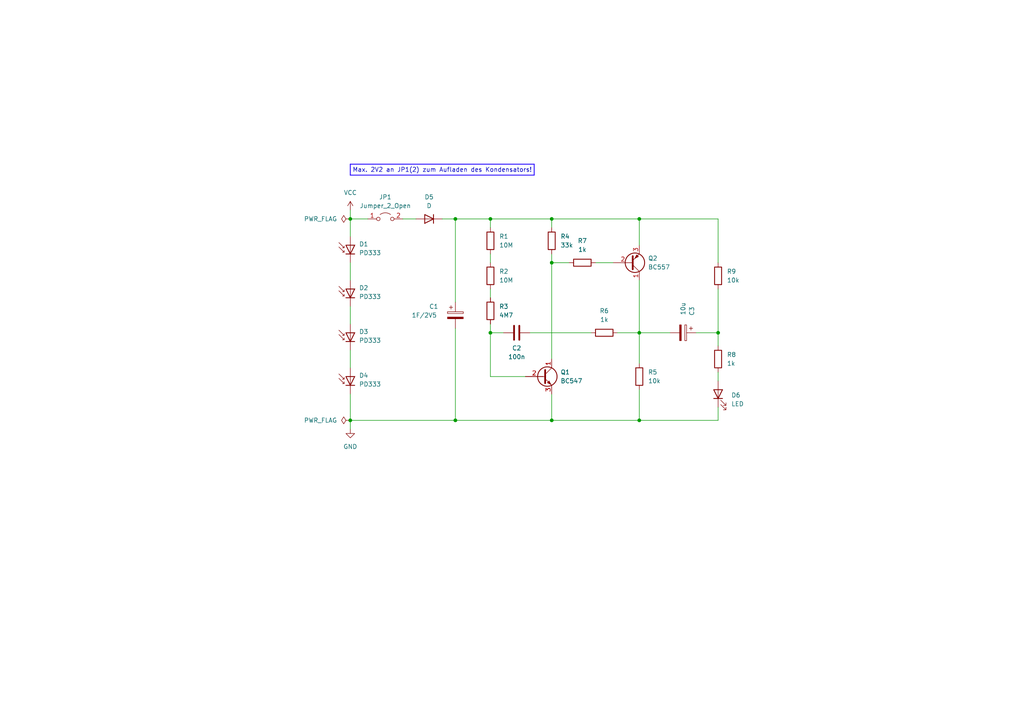
<source format=kicad_sch>
(kicad_sch (version 20230121) (generator eeschema)
  (paper "A4")
  (title_block (title "Ewigblink Solar") (date "2023-03-24") (rev "2.0") (company "HTL-Rankweil") (comment 1 "GAR"))
  (lib_symbols
    (symbol "Device:C" (pin_numbers hide) (pin_names (offset 0.254))
      (property "Reference" "C" (at 0.635 2.54 0))
      (property "Value" "C" (at 0.635 -2.54 0))
      (symbol "C_0_1"
        (polyline (pts (xy -2.032 -0.762) (xy 2.032 -0.762)) (stroke (width 0.508)))
        (polyline (pts (xy -2.032 0.762) (xy 2.032 0.762)) (stroke (width 0.508)))
      )
      (symbol "C_1_1"
        (pin passive line (at 0 3.81 270) (length 2.794) (name "~") (number "1"))
        (pin passive line (at 0 -3.81 90) (length 2.794) (name "~") (number "2"))
      )
    )
    (symbol "Device:C_Polarized" (pin_numbers hide) (pin_names (offset 0.254))
      (property "Reference" "C" (at 0.635 2.54 0))
      (property "Value" "C_Polarized" (at 0.635 -2.54 0))
      (symbol "C_Polarized_0_1"
        (rectangle (start -2.286 0.508) (end 2.286 1.016))
        (polyline (pts (xy -1.778 2.286) (xy -0.762 2.286)))
        (polyline (pts (xy -1.27 2.794) (xy -1.27 1.778)))
        (rectangle (start 2.286 -0.508) (end -2.286 -1.016) (fill (type outline)))
      )
      (symbol "C_Polarized_1_1"
        (pin passive line (at 0 3.81 270) (length 2.794) (name "~") (number "1"))
        (pin passive line (at 0 -3.81 90) (length 2.794) (name "~") (number "2"))
      )
    )
    (symbol "Device:D" (pin_numbers hide) (pin_names (offset 1.016) hide)
      (property "Reference" "D" (at 0 2.54 0))
      (property "Value" "D" (at 0 -2.54 0))
      (symbol "D_0_1"
        (polyline (pts (xy -1.27 1.27) (xy -1.27 -1.27)) (stroke (width 0.254)))
        (polyline (pts (xy 1.27 0) (xy -1.27 0)))
        (polyline (pts (xy 1.27 1.27) (xy 1.27 -1.27) (xy -1.27 0) (xy 1.27 1.27)) (stroke (width 0.254)))
      )
      (symbol "D_1_1"
        (pin passive line (at -3.81 0 0) (length 2.54) (name "K") (number "1"))
        (pin passive line (at 3.81 0 180) (length 2.54) (name "A") (number "2"))
      )
    )
    (symbol "Device:D_Photo" (pin_numbers hide) (pin_names hide)
      (property "Reference" "D" (at 0.508 1.778 0))
      (property "Value" "D_Photo" (at -1.016 -2.794 0))
      (symbol "D_Photo_0_1"
        (polyline (pts (xy -2.54 1.27) (xy -2.54 -1.27)) (stroke (width 0.254)))
        (polyline (pts (xy -2.032 1.778) (xy -1.524 1.778)))
        (polyline (pts (xy 0 0) (xy -2.54 0)))
        (polyline (pts (xy -0.508 3.302) (xy -2.032 1.778) (xy -2.032 2.286)))
        (polyline (pts (xy 0 -1.27) (xy 0 1.27) (xy -2.54 0) (xy 0 -1.27)) (stroke (width 0.254)))
        (polyline (pts (xy 0.762 3.302) (xy -0.762 1.778) (xy -0.762 2.286) (xy -0.762 1.778) (xy -0.254 1.778)))
      )
      (symbol "D_Photo_1_1"
        (pin passive line (at -5.08 0 0) (length 2.54) (name "K") (number "1"))
        (pin passive line (at 2.54 0 180) (length 2.54) (name "A") (number "2"))
      )
    )
    (symbol "Device:LED" (pin_numbers hide) (pin_names (offset 1.016) hide)
      (property "Reference" "D" (at 0 2.54 0))
      (property "Value" "LED" (at 0 -2.54 0))
      (symbol "LED_0_1"
        (polyline (pts (xy -1.27 -1.27) (xy -1.27 1.27)) (stroke (width 0.254)))
        (polyline (pts (xy -1.27 0) (xy 1.27 0)))
        (polyline (pts (xy 1.27 -1.27) (xy 1.27 1.27) (xy -1.27 0) (xy 1.27 -1.27)) (stroke (width 0.254)))
        (polyline (pts (xy -3.048 -0.762) (xy -4.572 -2.286) (xy -3.81 -2.286) (xy -4.572 -2.286) (xy -4.572 -1.524)))
        (polyline (pts (xy -1.778 -0.762) (xy -3.302 -2.286) (xy -2.54 -2.286) (xy -3.302 -2.286) (xy -3.302 -1.524)))
      )
      (symbol "LED_1_1"
        (pin passive line (at -3.81 0 0) (length 2.54) (name "K") (number "1"))
        (pin passive line (at 3.81 0 180) (length 2.54) (name "A") (number "2"))
      )
    )
    (symbol "Device:R" (pin_numbers hide) (pin_names (offset 0))
      (property "Reference" "R" (at 2.032 0 90))
      (property "Value" "R" (at 0 0 90))
      (symbol "R_0_1"
        (rectangle (start -1.016 -2.54) (end 1.016 2.54) (stroke (width 0.254)))
      )
      (symbol "R_1_1"
        (pin passive line (at 0 3.81 270) (length 1.27) (name "~") (number "1"))
        (pin passive line (at 0 -3.81 90) (length 1.27) (name "~") (number "2"))
      )
    )
    (symbol "Jumper:Jumper_2_Open" (pin_names (offset 0) hide)
      (property "Reference" "JP" (at 0 2.794 0))
      (property "Value" "Jumper_2_Open" (at 0 -2.286 0))
      (symbol "Jumper_2_Open_0_0"
        (circle (center -2.032 0) (radius 0.508))
        (circle (center 2.032 0) (radius 0.508))
      )
      (symbol "Jumper_2_Open_0_1"
        (arc (start 1.524 1.27) (mid 0 1.778) (end -1.524 1.27))
      )
      (symbol "Jumper_2_Open_1_1"
        (pin passive line (at -5.08 0 0) (length 2.54) (name "A") (number "1"))
        (pin passive line (at 5.08 0 180) (length 2.54) (name "B") (number "2"))
      )
    )
    (symbol "Transistor_BJT:BC547" (pin_names (offset 0) hide)
      (property "Reference" "Q" (at 5.08 1.905 0))
      (property "Value" "BC547" (at 5.08 0 0))
      (symbol "BC547_0_1"
        (polyline (pts (xy 0 0) (xy 0.635 0)))
        (polyline (pts (xy 0.635 0.635) (xy 2.54 2.54)))
        (polyline (pts (xy 0.635 -0.635) (xy 2.54 -2.54) (xy 2.54 -2.54)))
        (polyline (pts (xy 0.635 1.905) (xy 0.635 -1.905) (xy 0.635 -1.905)) (stroke (width 0.508)))
        (polyline (pts (xy 1.27 -1.778) (xy 1.778 -1.27) (xy 2.286 -2.286) (xy 1.27 -1.778) (xy 1.27 -1.778)) (fill (type outline)))
        (circle (center 1.27 0) (radius 2.8194) (stroke (width 0.254)))
      )
      (symbol "BC547_1_1"
        (pin passive line (at 2.54 5.08 270) (length 2.54) (name "C") (number "1"))
        (pin input line (at -5.08 0 0) (length 5.08) (name "B") (number "2"))
        (pin passive line (at 2.54 -5.08 90) (length 2.54) (name "E") (number "3"))
      )
    )
    (symbol "Transistor_BJT:BC557" (pin_names (offset 0) hide)
      (property "Reference" "Q" (at 5.08 1.905 0))
      (property "Value" "BC557" (at 5.08 0 0))
      (symbol "BC557_0_1"
        (polyline (pts (xy 0.635 0.635) (xy 2.54 2.54)))
        (polyline (pts (xy 0.635 -0.635) (xy 2.54 -2.54) (xy 2.54 -2.54)))
        (polyline (pts (xy 0.635 1.905) (xy 0.635 -1.905) (xy 0.635 -1.905)) (stroke (width 0.508)))
        (polyline (pts (xy 2.286 -1.778) (xy 1.778 -2.286) (xy 1.27 -1.27) (xy 2.286 -1.778) (xy 2.286 -1.778)) (fill (type outline)))
        (circle (center 1.27 0) (radius 2.8194) (stroke (width 0.254)))
      )
      (symbol "BC557_1_1"
        (pin passive line (at 2.54 5.08 270) (length 2.54) (name "C") (number "1"))
        (pin input line (at -5.08 0 0) (length 5.715) (name "B") (number "2"))
        (pin passive line (at 2.54 -5.08 90) (length 2.54) (name "E") (number "3"))
      )
    )
    (symbol "power:GND" (power) (pin_names (offset 0))
      (property "Value" "GND" (at 0 -3.81 0))
      (symbol "GND_0_1"
        (polyline (pts (xy 0 0) (xy 0 -1.27) (xy 1.27 -1.27) (xy 0 -2.54) (xy -1.27 -1.27) (xy 0 -1.27)))
      )
      (symbol "GND_1_1"
        (pin power_in line (at 0 0 270) (length 0) hide (name "GND") (number "1"))
      )
    )
    (symbol "power:PWR_FLAG" (power) (pin_numbers hide) (pin_names (offset 0) hide)
      (property "Value" "PWR_FLAG" (at 0 3.81 0))
      (symbol "PWR_FLAG_0_0"
        (pin power_out line (at 0 0 90) (length 0) (name "pwr") (number "1"))
      )
      (symbol "PWR_FLAG_0_1"
        (polyline (pts (xy 0 0) (xy 0 1.27) (xy -1.016 1.905) (xy 0 2.54) (xy 1.016 1.905) (xy 0 1.27)))
      )
    )
    (symbol "power:VCC" (power) (pin_names (offset 0))
      (property "Value" "VCC" (at 0 3.81 0))
      (symbol "VCC_0_1"
        (polyline (pts (xy -0.762 1.27) (xy 0 2.54)))
        (polyline (pts (xy 0 0) (xy 0 2.54)))
        (polyline (pts (xy 0 2.54) (xy 0.762 1.27)))
      )
      (symbol "VCC_1_1"
        (pin power_in line (at 0 0 90) (length 0) hide (name "VCC") (number "1"))
      )
    )
  )
  (junction (at 185.42 63.5))
  (junction (at 132.08 121.92))
  (junction (at 185.42 96.52))
  (junction (at 160.02 63.5))
  (junction (at 101.6 121.92))
  (junction (at 142.24 96.52))
  (junction (at 208.28 96.52))
  (junction (at 132.08 63.5))
  (junction (at 142.24 63.5))
  (junction (at 185.42 121.92))
  (junction (at 101.6 63.5))
  (junction (at 160.02 76.2))
  (junction (at 160.02 121.92))
  (wire (pts (xy 185.42 63.5) (xy 185.42 71.12)))
  (wire (pts (xy 185.42 113.03) (xy 185.42 121.92)))
  (wire (pts (xy 201.93 96.52) (xy 208.28 96.52)))
  (polyline (pts (xy 154.94 47.625) (xy 154.94 50.8)) (stroke (width 0.25) (type solid) (color 31 0 255 1)))
  (wire (pts (xy 160.02 63.5) (xy 160.02 66.04)))
  (wire (pts (xy 185.42 96.52) (xy 194.31 96.52)))
  (wire (pts (xy 116.84 63.5) (xy 120.65 63.5)))
  (wire (pts (xy 142.24 109.22) (xy 142.24 96.52)))
  (wire (pts (xy 185.42 121.92) (xy 208.28 121.92)))
  (wire (pts (xy 160.02 114.3) (xy 160.02 121.92)))
  (wire (pts (xy 208.28 107.95) (xy 208.28 110.49)))
  (wire (pts (xy 101.6 76.2) (xy 101.6 81.28)))
  (wire (pts (xy 165.1 76.2) (xy 160.02 76.2)))
  (wire (pts (xy 101.6 101.6) (xy 101.6 106.68)))
  (wire (pts (xy 101.6 60.96) (xy 101.6 63.5)))
  (wire (pts (xy 142.24 73.66) (xy 142.24 76.2)))
  (wire (pts (xy 142.24 63.5) (xy 160.02 63.5)))
  (wire (pts (xy 208.28 83.82) (xy 208.28 96.52)))
  (wire (pts (xy 101.6 63.5) (xy 101.6 68.58)))
  (wire (pts (xy 153.67 96.52) (xy 171.45 96.52)))
  (wire (pts (xy 160.02 121.92) (xy 185.42 121.92)))
  (wire (pts (xy 208.28 63.5) (xy 208.28 76.2)))
  (wire (pts (xy 101.6 121.92) (xy 101.6 124.46)))
  (wire (pts (xy 152.4 109.22) (xy 142.24 109.22)))
  (wire (pts (xy 132.08 63.5) (xy 132.08 87.63)))
  (wire (pts (xy 142.24 83.82) (xy 142.24 86.36)))
  (wire (pts (xy 132.08 95.25) (xy 132.08 121.92)))
  (wire (pts (xy 185.42 63.5) (xy 208.28 63.5)))
  (wire (pts (xy 160.02 76.2) (xy 160.02 104.14)))
  (wire (pts (xy 101.6 88.9) (xy 101.6 93.98)))
  (wire (pts (xy 101.6 114.3) (xy 101.6 121.92)))
  (wire (pts (xy 101.6 121.92) (xy 132.08 121.92)))
  (wire (pts (xy 132.08 63.5) (xy 142.24 63.5)))
  (wire (pts (xy 160.02 76.2) (xy 160.02 73.66)))
  (wire (pts (xy 106.68 63.5) (xy 101.6 63.5)))
  (wire (pts (xy 142.24 93.98) (xy 142.24 96.52)))
  (wire (pts (xy 128.27 63.5) (xy 132.08 63.5)))
  (polyline (pts (xy 154.94 50.8) (xy 101.6 50.8)) (stroke (width 0.25) (type solid) (color 31 0 255 1)))
  (polyline (pts (xy 101.6 47.625) (xy 101.6 50.8)) (stroke (width 0.25) (type solid) (color 31 0 255 1)))
  (wire (pts (xy 132.08 121.92) (xy 160.02 121.92)))
  (wire (pts (xy 208.28 96.52) (xy 208.28 100.33)))
  (wire (pts (xy 208.28 118.11) (xy 208.28 121.92)))
  (wire (pts (xy 172.72 76.2) (xy 177.8 76.2)))
  (polyline (pts (xy 101.6 47.625) (xy 154.94 47.625)) (stroke (width 0.25) (type solid) (color 31 0 255 1)))
  (wire (pts (xy 160.02 63.5) (xy 185.42 63.5)))
  (wire (pts (xy 146.05 96.52) (xy 142.24 96.52)))
  (wire (pts (xy 185.42 81.28) (xy 185.42 96.52)))
  (wire (pts (xy 142.24 63.5) (xy 142.24 66.04)))
  (wire (pts (xy 179.07 96.52) (xy 185.42 96.52)))
  (wire (pts (xy 185.42 96.52) (xy 185.42 105.41)))
  (text "Max. 2V2 an JP1(2) zum Aufladen des Kondensators!" (at 102.235 50.165 0) (effects (font (size 1.27 1.27)) (justify left bottom)))
  (symbol (lib_id "power:VCC") (at 101.6 60.96 0) (unit 1)
    (property "Reference" "#PWR0101" (effects hide))
    (property "Value" "VCC" (at 101.6 55.88 0))
  )
  (symbol (lib_id "Device:D_Photo") (at 101.6 83.82 90) (unit 1)
    (property "Reference" "D2" (at 104.14 83.5024 90) (effects (justify right)))
    (property "Value" "PD333" (at 104.14 86.0424 90) (effects (justify right)))
    (property "Footprint" "LED_THT:LED_D5.0mm" (effects hide))
    (property "Hersteller" "HTL" (effects hide))
    (property "Nummer" "103396" (effects hide))
  )
  (symbol (lib_id "Device:D") (at 124.46 63.5 180) (unit 1)
    (property "Reference" "D5" (at 124.46 57.15 0))
    (property "Value" "D" (at 124.46 59.69 0))
    (property "Footprint" "Diode_THT:D_A-405_P7.62mm_Horizontal" (effects hide))
    (property "Sim.Device" "D" (effects hide))
    (property "Sim.Pins" "1=K 2=A" (effects hide))
    (property "Hersteller" "HTL" (effects hide))
    (property "Nummer" "100179" (effects hide))
  )
  (symbol (lib_id "power:PWR_FLAG") (at 101.6 63.5 90) (unit 1)
    (property "Reference" "#FLG01" (effects hide))
    (property "Value" "PWR_FLAG" (at 97.79 63.4999 90) (effects (justify left)))
  )
  (symbol (lib_id "Transistor_BJT:BC557") (at 182.88 76.2 0) (mirror x) (unit 1)
    (property "Reference" "Q2" (at 187.96 74.9299 0) (effects (justify left)))
    (property "Value" "BC557" (at 187.96 77.4699 0) (effects (justify left)))
    (property "Footprint" "Package_TO_SOT_THT:TO-92_Inline_Wide" (effects hide))
    (property "Datasheet" "https://www.onsemi.com/pub/Collateral/BC556BTA-D.pdf" (effects hide))
    (property "Hersteller" "HTL" (effects hide))
    (property "Nummer" "100219" (effects hide))
  )
  (symbol (lib_id "Device:R") (at 185.42 109.22 0) (unit 1)
    (property "Reference" "R5" (at 187.96 107.9499 0) (effects (justify left)))
    (property "Value" "10k" (at 187.96 110.4899 0) (effects (justify left)))
    (property "Footprint" "Resistor_THT:R_Axial_DIN0207_L6.3mm_D2.5mm_P10.16mm_Horizontal" (effects hide))
    (property "Hersteller" "HTL" (effects hide))
    (property "Nummer" "102812" (effects hide))
  )
  (symbol (lib_id "Device:C_Polarized") (at 198.12 96.52 270) (unit 1)
    (property "Reference" "C3" (at 200.66 88.9 0) (effects (justify left)))
    (property "Value" "10u" (at 198.12 91.44 0) (effects (justify right)))
    (property "Footprint" "Capacitor_THT:CP_Radial_D5.0mm_P2.50mm" (effects hide))
    (property "Hersteller" "HTL" (effects hide))
    (property "Nummer" "100353" (effects hide))
  )
  (symbol (lib_id "Device:R") (at 160.02 69.85 0) (unit 1)
    (property "Reference" "R4" (at 162.56 68.5799 0) (effects (justify left)))
    (property "Value" "33k" (at 162.56 71.1199 0) (effects (justify left)))
    (property "Footprint" "Resistor_THT:R_Axial_DIN0207_L6.3mm_D2.5mm_P10.16mm_Horizontal" (effects hide))
    (property "Hersteller" "HTL" (effects hide))
    (property "Nummer" "102818" (effects hide))
  )
  (symbol (lib_id "Device:R") (at 175.26 96.52 90) (unit 1)
    (property "Reference" "R6" (at 175.26 90.17 90))
    (property "Value" "1k" (at 175.26 92.71 90))
    (property "Footprint" "Resistor_THT:R_Axial_DIN0207_L6.3mm_D2.5mm_P10.16mm_Horizontal" (effects hide))
    (property "Hersteller" "HTL" (effects hide))
    (property "Nummer" "102800" (effects hide))
  )
  (symbol (lib_id "Device:LED") (at 208.28 114.3 90) (unit 1)
    (property "Reference" "D6" (at 212.09 114.6174 90) (effects (justify right)))
    (property "Value" "LED" (at 212.09 117.1574 90) (effects (justify right)))
    (property "Footprint" "LED_THT:LED_D5.0mm" (effects hide))
    (property "Hersteller" "HTL" (effects hide))
    (property "Nummer" "100444" (effects hide))
  )
  (symbol (lib_id "Device:D_Photo") (at 101.6 109.22 90) (unit 1)
    (property "Reference" "D4" (at 104.14 108.9024 90) (effects (justify right)))
    (property "Value" "PD333" (at 104.14 111.4424 90) (effects (justify right)))
    (property "Footprint" "LED_THT:LED_D5.0mm" (effects hide))
    (property "Hersteller" "HTL" (effects hide))
    (property "Nummer" "103396" (effects hide))
  )
  (symbol (lib_id "Device:D_Photo") (at 101.6 71.12 90) (unit 1)
    (property "Reference" "D1" (at 104.14 70.8024 90) (effects (justify right)))
    (property "Value" "PD333" (at 104.14 73.3424 90) (effects (justify right)))
    (property "Footprint" "LED_THT:LED_D5.0mm" (effects hide))
    (property "Hersteller" "HTL" (effects hide))
    (property "Nummer" "103396" (effects hide))
  )
  (symbol (lib_id "Device:R") (at 142.24 80.01 0) (unit 1)
    (property "Reference" "R2" (at 144.78 78.7399 0) (effects (justify left)))
    (property "Value" "10M" (at 144.78 81.2799 0) (effects (justify left)))
    (property "Footprint" "Resistor_THT:R_Axial_DIN0207_L6.3mm_D2.5mm_P10.16mm_Horizontal" (effects hide))
    (property "Hersteller" "HTL" (effects hide))
    (property "Nummer" "102845" (effects hide))
  )
  (symbol (lib_id "Device:R") (at 142.24 69.85 0) (unit 1)
    (property "Reference" "R1" (at 144.78 68.5799 0) (effects (justify left)))
    (property "Value" "10M" (at 144.78 71.1199 0) (effects (justify left)))
    (property "Footprint" "Resistor_THT:R_Axial_DIN0207_L6.3mm_D2.5mm_P10.16mm_Horizontal" (effects hide))
    (property "Hersteller" "HTL" (effects hide))
    (property "Nummer" "102845" (effects hide))
  )
  (symbol (lib_id "Transistor_BJT:BC547") (at 157.48 109.22 0) (unit 1)
    (property "Reference" "Q1" (at 162.56 107.9499 0) (effects (justify left)))
    (property "Value" "BC547" (at 162.56 110.4899 0) (effects (justify left)))
    (property "Footprint" "Package_TO_SOT_THT:TO-92_Inline_Wide" (effects hide))
    (property "Datasheet" "https://www.onsemi.com/pub/Collateral/BC550-D.pdf" (effects hide))
    (property "Hersteller" "HTL" (effects hide))
    (property "Nummer" "100215" (effects hide))
  )
  (symbol (lib_id "Device:C_Polarized") (at 132.08 91.44 0) (unit 1)
    (property "Reference" "C1" (at 124.46 88.9 0) (effects (justify left)))
    (property "Value" "1F/2V5" (at 119.38 91.44 0) (effects (justify left)))
    (property "Footprint" "Capacitor_THT:CP_Radial_D6.3mm_P2.50mm" (effects hide))
    (property "Hersteller" "HTL" (effects hide))
    (property "Nummer" "103397" (effects hide))
  )
  (symbol (lib_id "Device:R") (at 142.24 90.17 0) (unit 1)
    (property "Reference" "R3" (at 144.78 88.8999 0) (effects (justify left)))
    (property "Value" "4M7" (at 144.78 91.4399 0) (effects (justify left)))
    (property "Footprint" "Resistor_THT:R_Axial_DIN0207_L6.3mm_D2.5mm_P10.16mm_Horizontal" (effects hide))
    (property "Hersteller" "HTL" (effects hide))
    (property "Nummer" "102844" (effects hide))
  )
  (symbol (lib_id "Device:C") (at 149.86 96.52 90) (unit 1)
    (property "Reference" "C2" (at 149.86 100.965 90))
    (property "Value" "100n" (at 149.86 103.505 90))
    (property "Footprint" "Capacitor_THT:C_Disc_D3.8mm_W2.6mm_P2.50mm" (effects hide))
    (property "Hersteller" "HTL" (effects hide))
    (property "Nummer" "103390" (effects hide))
  )
  (symbol (lib_id "Device:R") (at 208.28 104.14 0) (unit 1)
    (property "Reference" "R8" (at 210.82 102.8699 0) (effects (justify left)))
    (property "Value" "1k" (at 210.82 105.4099 0) (effects (justify left)))
    (property "Footprint" "Resistor_THT:R_Axial_DIN0207_L6.3mm_D2.5mm_P10.16mm_Horizontal" (effects hide))
    (property "Hersteller" "HTL" (effects hide))
    (property "Nummer" "102800" (effects hide))
  )
  (symbol (lib_id "Jumper:Jumper_2_Open") (at 111.76 63.5 0) (unit 1)
    (property "Reference" "JP1" (at 111.76 57.15 0))
    (property "Value" "Jumper_2_Open" (at 111.76 59.69 0))
    (property "Footprint" "Connector_PinHeader_2.54mm:PinHeader_1x02_P2.54mm_Vertical" (effects hide))
    (property "Hersteller" "HTL" (effects hide))
    (property "Nummer" "101521" (effects hide))
  )
  (symbol (lib_id "Device:R") (at 168.91 76.2 90) (unit 1)
    (property "Reference" "R7" (at 168.91 69.85 90))
    (property "Value" "1k" (at 168.91 72.39 90))
    (property "Footprint" "Resistor_THT:R_Axial_DIN0207_L6.3mm_D2.5mm_P10.16mm_Horizontal" (effects hide))
    (property "Hersteller" "HTL" (effects hide))
    (property "Nummer" "102800" (effects hide))
  )
  (symbol (lib_id "Device:D_Photo") (at 101.6 96.52 90) (unit 1)
    (property "Reference" "D3" (at 104.14 96.2024 90) (effects (justify right)))
    (property "Value" "PD333" (at 104.14 98.7424 90) (effects (justify right)))
    (property "Footprint" "LED_THT:LED_D5.0mm" (effects hide))
    (property "Hersteller" "HTL" (effects hide))
    (property "Nummer" "103396" (effects hide))
  )
  (symbol (lib_id "Device:R") (at 208.28 80.01 0) (unit 1)
    (property "Reference" "R9" (at 210.82 78.7399 0) (effects (justify left)))
    (property "Value" "10k" (at 210.82 81.2799 0) (effects (justify left)))
    (property "Footprint" "Resistor_THT:R_Axial_DIN0207_L6.3mm_D2.5mm_P10.16mm_Horizontal" (effects hide))
    (property "Hersteller" "HTL" (effects hide))
    (property "Nummer" "102812" (effects hide))
  )
  (symbol (lib_id "power:PWR_FLAG") (at 101.6 121.92 90) (unit 1)
    (property "Reference" "#FLG02" (effects hide))
    (property "Value" "PWR_FLAG" (at 97.79 121.9199 90) (effects (justify left)))
  )
  (symbol (lib_id "power:GND") (at 101.6 124.46 0) (unit 1)
    (property "Reference" "#PWR0102" (effects hide))
    (property "Value" "GND" (at 101.6 129.54 0))
  )
)
</source>
